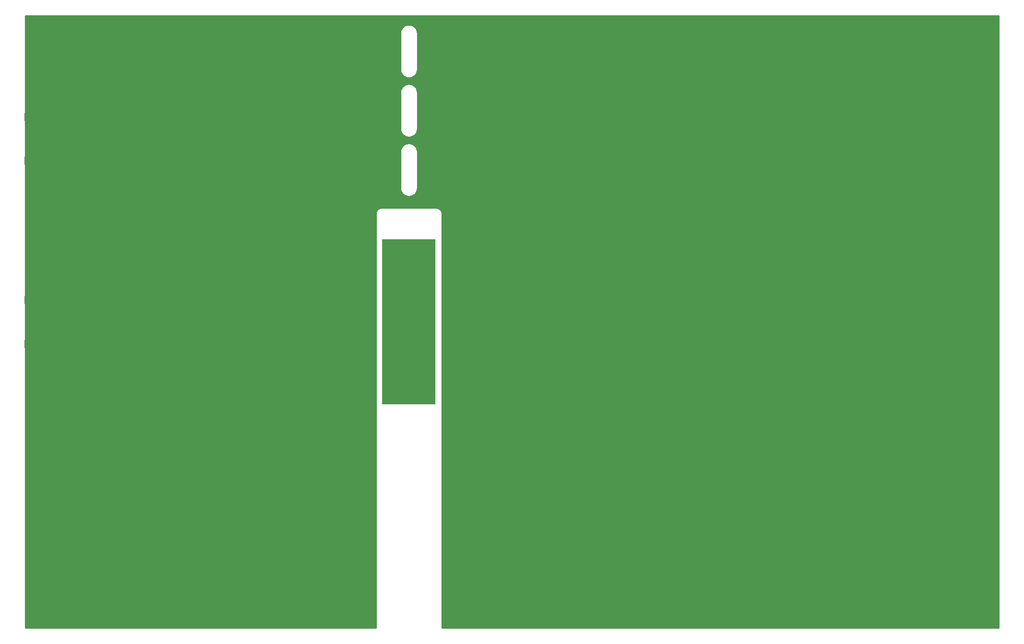
<source format=gbr>
%TF.GenerationSoftware,KiCad,Pcbnew,5.1.5+dfsg1-2~bpo10+1*%
%TF.CreationDate,2020-01-11T17:37:17+01:00*%
%TF.ProjectId,RF-AMP-VHF_V1,52462d41-4d50-42d5-9648-465f56312e6b,A*%
%TF.SameCoordinates,Original*%
%TF.FileFunction,Copper,L2,Bot*%
%TF.FilePolarity,Positive*%
%FSLAX46Y46*%
G04 Gerber Fmt 4.6, Leading zero omitted, Abs format (unit mm)*
G04 Created by KiCad (PCBNEW 5.1.5+dfsg1-2~bpo10+1) date 2020-01-11 17:37:17*
%MOMM*%
%LPD*%
G04 APERTURE LIST*
%ADD10C,6.400000*%
%ADD11C,8.600000*%
%ADD12R,5.080000X1.500000*%
%ADD13R,10.300000X32.000000*%
%ADD14C,0.800000*%
%ADD15C,0.254000*%
G04 APERTURE END LIST*
D10*
X76000000Y-67000000D03*
X76000000Y-53000000D03*
X183000000Y-85000000D03*
X183000000Y-115000000D03*
X40000000Y-85000000D03*
X40000000Y-115000000D03*
X219500000Y-115000000D03*
X219500000Y-85000000D03*
D11*
X218000000Y-153000000D03*
X218000000Y-47000000D03*
X42000000Y-47000000D03*
X42000000Y-153000000D03*
X97250000Y-153000000D03*
X122750000Y-153000000D03*
X122750000Y-125000000D03*
X122750000Y-75000000D03*
X122750000Y-47000000D03*
X97250000Y-47000000D03*
D12*
X38000000Y-95750000D03*
X38000000Y-104250000D03*
X222000000Y-95750000D03*
X222000000Y-104250000D03*
D13*
X110000000Y-100000000D03*
D12*
X38000000Y-60250000D03*
X38000000Y-68750000D03*
D14*
X73750000Y-118750000D03*
X154500000Y-115750000D03*
X152750000Y-70250000D03*
X73750000Y-116500000D03*
X73750000Y-114250000D03*
X76000000Y-113250000D03*
X209500000Y-115100000D03*
X203500022Y-84900000D03*
X119750000Y-115750000D03*
X122750000Y-115750000D03*
X125750000Y-115750000D03*
X128750000Y-115750000D03*
X131750000Y-115750000D03*
X118250000Y-118750000D03*
X121250000Y-118750000D03*
X124250000Y-118750000D03*
X127250000Y-118750000D03*
X130250000Y-118750000D03*
X133250000Y-118750000D03*
X98750000Y-115750000D03*
X128750000Y-121750000D03*
X131750000Y-121750000D03*
X130250000Y-124750000D03*
X133250000Y-124750000D03*
X128750000Y-127750000D03*
X131750000Y-127750000D03*
X130250000Y-130750000D03*
X133250000Y-130750000D03*
X131750000Y-133750000D03*
X130250000Y-136750000D03*
X133250000Y-136750000D03*
X131750000Y-139750000D03*
X130250000Y-142750000D03*
X133250000Y-142750000D03*
X131750000Y-145750000D03*
X130250000Y-148750000D03*
X133250000Y-148750000D03*
X128750000Y-151750000D03*
X131750000Y-151750000D03*
X130250000Y-154750000D03*
X133250000Y-154750000D03*
X128750000Y-157750000D03*
X131750000Y-157750000D03*
X119750000Y-84250000D03*
X122750000Y-84250000D03*
X125750000Y-84250000D03*
X128750000Y-84250000D03*
X131750000Y-84250000D03*
X118250000Y-81250000D03*
X121250000Y-81250000D03*
X124250000Y-81250000D03*
X127250000Y-81250000D03*
X130250000Y-81250000D03*
X133250000Y-81250000D03*
X128750000Y-78250000D03*
X131750000Y-78250000D03*
X130250000Y-75250000D03*
X133250000Y-75250000D03*
X128750000Y-72250000D03*
X131750000Y-72250000D03*
X130250000Y-69250000D03*
X133250000Y-69250000D03*
X128750000Y-66250000D03*
X131750000Y-66250000D03*
X130250000Y-63250000D03*
X133250000Y-63250000D03*
X128750000Y-60250000D03*
X131750000Y-60250000D03*
X130250000Y-57250000D03*
X133250000Y-57250000D03*
X128750000Y-54250000D03*
X131750000Y-54250000D03*
X130250000Y-51250000D03*
X133250000Y-51250000D03*
X128750000Y-48250000D03*
X131750000Y-48250000D03*
X130250000Y-45250000D03*
X133250000Y-45250000D03*
X128750000Y-42250000D03*
X131750000Y-42250000D03*
X134750000Y-151750000D03*
X137750000Y-151750000D03*
X140750000Y-151750000D03*
X143750000Y-151750000D03*
X146750000Y-151750000D03*
X149750000Y-151750000D03*
X152750000Y-151750000D03*
X155750000Y-151750000D03*
X158750000Y-151750000D03*
X173750000Y-151750000D03*
X176750000Y-151750000D03*
X179750000Y-151750000D03*
X182750000Y-151750000D03*
X185750000Y-151750000D03*
X188750000Y-151750000D03*
X191750000Y-151750000D03*
X194750000Y-151750000D03*
X197750000Y-151750000D03*
X200750000Y-151750000D03*
X203750000Y-151750000D03*
X206750000Y-151750000D03*
X136250000Y-154750000D03*
X139250000Y-154750000D03*
X142250000Y-154750000D03*
X145250000Y-154750000D03*
X148250000Y-154750000D03*
X151250000Y-154750000D03*
X154250000Y-154750000D03*
X157250000Y-154750000D03*
X160250000Y-154750000D03*
X172250000Y-154750000D03*
X175250000Y-154750000D03*
X178250000Y-154750000D03*
X181250000Y-154750000D03*
X184250000Y-154750000D03*
X187250000Y-154750000D03*
X190250000Y-154750000D03*
X193250000Y-154750000D03*
X196250000Y-154750000D03*
X199250000Y-154750000D03*
X202250000Y-154750000D03*
X205250000Y-154750000D03*
X208250000Y-154750000D03*
X134750000Y-157750000D03*
X137750000Y-157750000D03*
X140750000Y-157750000D03*
X143750000Y-157750000D03*
X146750000Y-157750000D03*
X149750000Y-157750000D03*
X152750000Y-157750000D03*
X155750000Y-157750000D03*
X158750000Y-157750000D03*
X173750000Y-157750000D03*
X176750000Y-157750000D03*
X179750000Y-157750000D03*
X182750000Y-157750000D03*
X185750000Y-157750000D03*
X188750000Y-157750000D03*
X191750000Y-157750000D03*
X194750000Y-157750000D03*
X197750000Y-157750000D03*
X200750000Y-157750000D03*
X203750000Y-157750000D03*
X206750000Y-157750000D03*
X134750000Y-42250000D03*
X137750000Y-42250000D03*
X140750000Y-42250000D03*
X143750000Y-42250000D03*
X146750000Y-42250000D03*
X149750000Y-42250000D03*
X152750000Y-42250000D03*
X155750000Y-42250000D03*
X158750000Y-42250000D03*
X173750000Y-42250000D03*
X176750000Y-42250000D03*
X179750000Y-42250000D03*
X182750000Y-42250000D03*
X185750000Y-42250000D03*
X188750000Y-42250000D03*
X191750000Y-42250000D03*
X194750000Y-42250000D03*
X197750000Y-42250000D03*
X200750000Y-42250000D03*
X203750000Y-42250000D03*
X206750000Y-42250000D03*
X136250000Y-45250000D03*
X139250000Y-45250000D03*
X142250000Y-45250000D03*
X145250000Y-45250000D03*
X148250000Y-45250000D03*
X151250000Y-45250000D03*
X154250000Y-45250000D03*
X157250000Y-45250000D03*
X160250000Y-45250000D03*
X172250000Y-45250000D03*
X175250000Y-45250000D03*
X178250000Y-45250000D03*
X181250000Y-45250000D03*
X184250000Y-45250000D03*
X187250000Y-45250000D03*
X190250000Y-45250000D03*
X193250000Y-45250000D03*
X196250000Y-45250000D03*
X199250000Y-45250000D03*
X202250000Y-45250000D03*
X205250000Y-45250000D03*
X208250000Y-45250000D03*
X134750000Y-48250000D03*
X137750000Y-48250000D03*
X140750000Y-48250000D03*
X143750000Y-48250000D03*
X146750000Y-48250000D03*
X149750000Y-48250000D03*
X152750000Y-48250000D03*
X155750000Y-48250000D03*
X158750000Y-48250000D03*
X173750000Y-48250000D03*
X176750000Y-48250000D03*
X179750000Y-48250000D03*
X182750000Y-48250000D03*
X185750000Y-48250000D03*
X188750000Y-48250000D03*
X191750000Y-48250000D03*
X194750000Y-48250000D03*
X197750000Y-48250000D03*
X200750000Y-48250000D03*
X203750000Y-48250000D03*
X206750000Y-48250000D03*
X202250000Y-148750000D03*
X128750000Y-133750000D03*
X128750000Y-139750000D03*
X128750000Y-145750000D03*
X205250000Y-148750000D03*
X203750000Y-145750000D03*
X206750000Y-145750000D03*
X202250000Y-142750000D03*
X205250000Y-142750000D03*
X203750000Y-139750000D03*
X206750000Y-139750000D03*
X202250000Y-136750000D03*
X205250000Y-136750000D03*
X203750000Y-133750000D03*
X206750000Y-133750000D03*
X202250000Y-130750000D03*
X205250000Y-130750000D03*
X206750000Y-127750000D03*
X202250000Y-124750000D03*
X205250000Y-124750000D03*
X127250000Y-69250000D03*
X127250000Y-63250000D03*
X127250000Y-57250000D03*
X127250000Y-51250000D03*
X127250000Y-130750000D03*
X127250000Y-136750000D03*
X127250000Y-142750000D03*
X127250000Y-148750000D03*
X208250000Y-148750000D03*
X208250000Y-142750000D03*
X208250000Y-136750000D03*
X208250000Y-130750000D03*
X208250000Y-124750000D03*
X202250000Y-51250000D03*
X205250000Y-51250000D03*
X208250000Y-51250000D03*
X203750000Y-54250000D03*
X206750000Y-54250000D03*
X202250000Y-57250000D03*
X205250000Y-57250000D03*
X208250000Y-57250000D03*
X203750000Y-60250000D03*
X206750000Y-60250000D03*
X202250000Y-63250000D03*
X205250000Y-63250000D03*
X208250000Y-63250000D03*
X203750000Y-66250000D03*
X206750000Y-66250000D03*
X202250000Y-69250000D03*
X205250000Y-69250000D03*
X208250000Y-69250000D03*
X203750000Y-72250000D03*
X206750000Y-72250000D03*
X202250000Y-75250000D03*
X205250000Y-75250000D03*
X208250000Y-75250000D03*
X211250000Y-69250000D03*
X214250000Y-69250000D03*
X217250000Y-69250000D03*
X220250000Y-69250000D03*
X212750000Y-72250000D03*
X215750000Y-72250000D03*
X218750000Y-72250000D03*
X221750000Y-72250000D03*
X211250000Y-75250000D03*
X214250000Y-75250000D03*
X217250000Y-75250000D03*
X220250000Y-75250000D03*
X223250000Y-75250000D03*
X215750000Y-78250000D03*
X218750000Y-78250000D03*
X221750000Y-78250000D03*
X217250000Y-81250000D03*
X220250000Y-81250000D03*
X223250000Y-81250000D03*
X209750000Y-72250000D03*
X215750000Y-84250000D03*
X223250000Y-87250000D03*
X215750000Y-90250000D03*
X218750000Y-90250000D03*
X221750000Y-90250000D03*
X217250000Y-93250000D03*
X220250000Y-93250000D03*
X223250000Y-93250000D03*
X215750000Y-96250000D03*
X218750000Y-96250000D03*
X221750000Y-96250000D03*
X211250000Y-124750000D03*
X214250000Y-124750000D03*
X217250000Y-124750000D03*
X220250000Y-124750000D03*
X223250000Y-124750000D03*
X212750000Y-127750000D03*
X215750000Y-127750000D03*
X218750000Y-127750000D03*
X221750000Y-127750000D03*
X211250000Y-130750000D03*
X214250000Y-130750000D03*
X217250000Y-130750000D03*
X220250000Y-130750000D03*
X209750000Y-127750000D03*
X215750000Y-121750000D03*
X218750000Y-121750000D03*
X221750000Y-121750000D03*
X217250000Y-118750000D03*
X220250000Y-118750000D03*
X223250000Y-118750000D03*
X215750000Y-115750000D03*
X223250000Y-112750000D03*
X215750000Y-109750000D03*
X218750000Y-109750000D03*
X221750000Y-109750000D03*
X217250000Y-106750000D03*
X220250000Y-106750000D03*
X223250000Y-106750000D03*
X215750000Y-103750000D03*
X218750000Y-103750000D03*
X221750000Y-103750000D03*
X157200000Y-115750000D03*
X159900000Y-115750000D03*
X162600000Y-115750000D03*
X155850000Y-118550000D03*
X158550000Y-118550000D03*
X161250000Y-118550000D03*
X163950000Y-118550000D03*
X154500000Y-121350000D03*
X157200000Y-121350000D03*
X159900000Y-121350000D03*
X162600000Y-121350000D03*
X155850000Y-124150000D03*
X158550000Y-124150000D03*
X161250000Y-124150000D03*
X163950000Y-124150000D03*
X154500000Y-126950000D03*
X157200000Y-126950000D03*
X159900000Y-126950000D03*
X155850000Y-129750000D03*
X158550000Y-129750000D03*
X161250000Y-129750000D03*
X153150000Y-129750000D03*
X155750000Y-70250000D03*
X158750000Y-70250000D03*
X161750000Y-70250000D03*
X164750000Y-70250000D03*
X167750000Y-70250000D03*
X170750000Y-70250000D03*
X173750000Y-70250000D03*
X176750000Y-70250000D03*
X179750000Y-70250000D03*
X182750000Y-70250000D03*
X185750000Y-70250000D03*
X188750000Y-70250000D03*
X191750000Y-70250000D03*
X194750000Y-70250000D03*
X197750000Y-70250000D03*
X154250000Y-73050000D03*
X157250000Y-73050000D03*
X160250000Y-73050000D03*
X163250000Y-73050000D03*
X166250000Y-73050000D03*
X169250000Y-73050000D03*
X172250000Y-73050000D03*
X175250000Y-73050000D03*
X178250000Y-73050000D03*
X181250000Y-73050000D03*
X184250000Y-73050000D03*
X187250000Y-73050000D03*
X190250000Y-73050000D03*
X193250000Y-73050000D03*
X196250000Y-73050000D03*
X152750000Y-75850000D03*
X155750000Y-75850000D03*
X158750000Y-75850000D03*
X161750000Y-75850000D03*
X164750000Y-75850000D03*
X194750000Y-75850000D03*
X197750000Y-75850000D03*
X154250000Y-78650000D03*
X157250000Y-78650000D03*
X160250000Y-78650000D03*
X163250000Y-78650000D03*
X166250000Y-78650000D03*
X193250000Y-78650000D03*
X196250000Y-78650000D03*
X152750000Y-81450000D03*
X155750000Y-81450000D03*
X158750000Y-81450000D03*
X161750000Y-81450000D03*
X164750000Y-81450000D03*
X167750000Y-81450000D03*
X170750000Y-81450000D03*
X173750000Y-81450000D03*
X191750000Y-81450000D03*
X194750000Y-81450000D03*
X197750000Y-81450000D03*
X154250000Y-84250000D03*
X157250000Y-84250000D03*
X160250000Y-84250000D03*
X163250000Y-84250000D03*
X166250000Y-84250000D03*
X169250000Y-84250000D03*
X172250000Y-84250000D03*
X175250000Y-84250000D03*
X190250000Y-84250000D03*
X193250000Y-84250000D03*
X196250000Y-84250000D03*
X170750000Y-87050000D03*
X173750000Y-87050000D03*
X176750000Y-87050000D03*
X188750000Y-87050000D03*
X191750000Y-87050000D03*
X194750000Y-87050000D03*
X169250000Y-89850000D03*
X172250000Y-89850000D03*
X175250000Y-89850000D03*
X178250000Y-89850000D03*
X181250000Y-89850000D03*
X184250000Y-89850000D03*
X187250000Y-89850000D03*
X190250000Y-89850000D03*
X193250000Y-89850000D03*
X196250000Y-89850000D03*
X170750000Y-92650000D03*
X173750000Y-92650000D03*
X176750000Y-92650000D03*
X179750000Y-92650000D03*
X182750000Y-92650000D03*
X185750000Y-92650000D03*
X188750000Y-92650000D03*
X191750000Y-92650000D03*
X194750000Y-92650000D03*
X175250000Y-95450000D03*
X178250000Y-95450000D03*
X181250000Y-95450000D03*
X184250000Y-95450000D03*
X193250000Y-95450000D03*
X196250000Y-95450000D03*
X88500000Y-126000000D03*
X91500000Y-126000000D03*
X94500000Y-126000000D03*
X90000000Y-128700000D03*
X93000000Y-128700000D03*
X38250000Y-103750000D03*
X41250000Y-103750000D03*
X44250000Y-103750000D03*
X36750000Y-106750000D03*
X39750000Y-106750000D03*
X42750000Y-106750000D03*
X38250000Y-109750000D03*
X41250000Y-109750000D03*
X44250000Y-109750000D03*
X38250000Y-96250000D03*
X41250000Y-96250000D03*
X36750000Y-93250000D03*
X39750000Y-93250000D03*
X42750000Y-93250000D03*
X38250000Y-90250000D03*
X41250000Y-90250000D03*
X36750000Y-87250000D03*
X42750000Y-87250000D03*
X36750000Y-81250000D03*
X39750000Y-81250000D03*
X42750000Y-81250000D03*
X38250000Y-78250000D03*
X41250000Y-78250000D03*
X36750000Y-75250000D03*
X39750000Y-75250000D03*
X42750000Y-75250000D03*
X38250000Y-72250000D03*
X41250000Y-72250000D03*
X36750000Y-69250000D03*
X39750000Y-69250000D03*
X42750000Y-69250000D03*
X38250000Y-60250000D03*
X41250000Y-60250000D03*
X44250000Y-60250000D03*
X47250000Y-60250000D03*
X36750000Y-57250000D03*
X39750000Y-57250000D03*
X42750000Y-57250000D03*
X45750000Y-57250000D03*
X48750000Y-57250000D03*
X50250000Y-90250000D03*
X53250000Y-90250000D03*
X56250000Y-90250000D03*
X51750000Y-87250000D03*
X54750000Y-87250000D03*
X57750000Y-87250000D03*
X50250000Y-84250000D03*
X53250000Y-84250000D03*
X54750000Y-93250000D03*
X51750000Y-93250000D03*
X60750000Y-81250000D03*
X60750000Y-87250000D03*
X63750000Y-87250000D03*
X66750000Y-87250000D03*
X69750000Y-87250000D03*
X72750000Y-87250000D03*
X75750000Y-87250000D03*
X62250000Y-84250000D03*
X65250000Y-84250000D03*
X68250000Y-84250000D03*
X71250000Y-84250000D03*
X74250000Y-84250000D03*
X63750000Y-81250000D03*
X66750000Y-81250000D03*
X69750000Y-81250000D03*
X72750000Y-81250000D03*
X75750000Y-81250000D03*
X62250000Y-78250000D03*
X65250000Y-78250000D03*
X68250000Y-78250000D03*
X71250000Y-78250000D03*
X74250000Y-78250000D03*
X63750000Y-75250000D03*
X66750000Y-75250000D03*
X69750000Y-75250000D03*
X72750000Y-75250000D03*
X75750000Y-75250000D03*
X62250000Y-72250000D03*
X65250000Y-72250000D03*
X68250000Y-72250000D03*
X71250000Y-72250000D03*
X74250000Y-72250000D03*
X63750000Y-69250000D03*
X66750000Y-69250000D03*
X69750000Y-69250000D03*
X72750000Y-69250000D03*
X62250000Y-66250000D03*
X65250000Y-66250000D03*
X68250000Y-66250000D03*
X71250000Y-66250000D03*
X63750000Y-63250000D03*
X66750000Y-63250000D03*
X69750000Y-63250000D03*
X72750000Y-63250000D03*
X75750000Y-63250000D03*
X62250000Y-60250000D03*
X65250000Y-60250000D03*
X68250000Y-60250000D03*
X71250000Y-60250000D03*
X74250000Y-60250000D03*
X63750000Y-57250000D03*
X66750000Y-57250000D03*
X69750000Y-57250000D03*
X72750000Y-57250000D03*
X75750000Y-57250000D03*
X62250000Y-54250000D03*
X65250000Y-54250000D03*
X68250000Y-54250000D03*
X71250000Y-54250000D03*
X63750000Y-51250000D03*
X66750000Y-51250000D03*
X69750000Y-51250000D03*
X72750000Y-51250000D03*
X62250000Y-48250000D03*
X65250000Y-48250000D03*
X68250000Y-48250000D03*
X71250000Y-48250000D03*
X74250000Y-48250000D03*
X77250000Y-48250000D03*
X63750000Y-45250000D03*
X66750000Y-45250000D03*
X69750000Y-45250000D03*
X72750000Y-45250000D03*
X75750000Y-45250000D03*
X42750000Y-57250000D03*
X45750000Y-57250000D03*
X48750000Y-57250000D03*
X38250000Y-54250000D03*
X41250000Y-54250000D03*
X44250000Y-54250000D03*
X47250000Y-54250000D03*
X60750000Y-51250000D03*
X51750000Y-51250000D03*
X48750000Y-51250000D03*
X62250000Y-48250000D03*
X59250000Y-48250000D03*
X56250000Y-48250000D03*
X53250000Y-48250000D03*
X50250000Y-48250000D03*
X60750000Y-45250000D03*
X57750000Y-45250000D03*
X54750000Y-45250000D03*
X51750000Y-45250000D03*
X48750000Y-45250000D03*
X77250000Y-78250000D03*
X80250000Y-78250000D03*
X83250000Y-78250000D03*
X78750000Y-75250000D03*
X81750000Y-75250000D03*
X84750000Y-75250000D03*
X77250000Y-72250000D03*
X80250000Y-72250000D03*
X83250000Y-72250000D03*
X86250000Y-72250000D03*
X78750000Y-69250000D03*
X81750000Y-69250000D03*
X84750000Y-69250000D03*
X87750000Y-69250000D03*
X89250000Y-72250000D03*
X92250000Y-72250000D03*
X95250000Y-72250000D03*
X98250000Y-72250000D03*
X90750000Y-69250000D03*
X93750000Y-69250000D03*
X96750000Y-69250000D03*
X99750000Y-69250000D03*
X101250000Y-72250000D03*
X99750000Y-75250000D03*
X102750000Y-75250000D03*
X98500000Y-78250000D03*
X101500000Y-78250000D03*
X100000000Y-81250000D03*
X103000000Y-81250000D03*
X98500000Y-84250000D03*
X101500000Y-84250000D03*
X76000000Y-115500000D03*
X76000000Y-117750000D03*
X51750000Y-106750000D03*
X54750000Y-106750000D03*
X53250000Y-109750000D03*
X56250000Y-109750000D03*
X51750000Y-112750000D03*
X54750000Y-112750000D03*
X57750000Y-112750000D03*
X60750000Y-112750000D03*
X63750000Y-112750000D03*
X66750000Y-112750000D03*
X59250000Y-115750000D03*
X62250000Y-115750000D03*
X65250000Y-115750000D03*
X68250000Y-115750000D03*
X63750000Y-118750000D03*
X66750000Y-118750000D03*
X65250000Y-121750000D03*
X68250000Y-121750000D03*
X66750000Y-124750000D03*
X68250000Y-127750000D03*
X69750000Y-124750000D03*
X72750000Y-124750000D03*
X75750000Y-124750000D03*
X78750000Y-124750000D03*
X81750000Y-124750000D03*
X68250000Y-127750000D03*
X71250000Y-127750000D03*
X74250000Y-127750000D03*
X77250000Y-127750000D03*
X80250000Y-127750000D03*
X80250000Y-127750000D03*
X83250000Y-127750000D03*
X197750000Y-110000000D03*
X202250000Y-110000000D03*
X202250000Y-113250000D03*
X197750000Y-113250000D03*
X198750000Y-111500000D03*
X201250000Y-111500000D03*
X200000000Y-113250000D03*
X84750000Y-143500000D03*
X96000000Y-146000000D03*
X94500000Y-148000000D03*
X90000000Y-146500000D03*
X100750000Y-139500000D03*
X100750000Y-137500000D03*
X100000000Y-129750000D03*
X101750000Y-128250000D03*
X89750000Y-131500000D03*
X92000000Y-131500000D03*
X75000000Y-140000000D03*
X53500000Y-136500000D03*
X56500000Y-136500000D03*
X56500000Y-147000000D03*
X53500000Y-147000000D03*
X63000000Y-145500000D03*
X58500000Y-145750000D03*
X65000000Y-147250000D03*
X70250000Y-142250000D03*
X70250000Y-136750000D03*
X58500000Y-135250000D03*
X63000000Y-135250000D03*
X66500000Y-131750000D03*
X204750000Y-79000000D03*
X208000000Y-121000000D03*
X100950000Y-115750000D03*
X103150000Y-115750000D03*
X98750000Y-118250000D03*
X100950000Y-118250000D03*
X103150000Y-118250000D03*
X100950000Y-120750000D03*
X103150000Y-120750000D03*
X98750000Y-123250000D03*
X101400000Y-123250000D03*
X96000000Y-131500000D03*
D15*
G36*
X224348000Y-159348000D02*
G01*
X116402000Y-159348000D01*
X116402000Y-78967978D01*
X116399283Y-78940395D01*
X116399304Y-78937418D01*
X116398416Y-78928358D01*
X116393352Y-78880172D01*
X116392565Y-78872186D01*
X116392484Y-78871920D01*
X116388216Y-78831309D01*
X116376323Y-78773370D01*
X116365260Y-78715375D01*
X116362630Y-78706660D01*
X116333774Y-78613441D01*
X116310844Y-78558892D01*
X116288734Y-78504170D01*
X116284461Y-78496132D01*
X116238048Y-78410294D01*
X116204991Y-78361284D01*
X116172646Y-78311857D01*
X116166893Y-78304802D01*
X116104691Y-78229614D01*
X116062755Y-78187970D01*
X116021418Y-78145757D01*
X116014404Y-78139954D01*
X115938783Y-78078279D01*
X115889547Y-78045566D01*
X115840796Y-78012185D01*
X115832799Y-78007861D01*
X115832796Y-78007859D01*
X115832793Y-78007858D01*
X115832788Y-78007855D01*
X115746627Y-77962043D01*
X115691914Y-77939492D01*
X115637682Y-77916248D01*
X115628991Y-77913558D01*
X115628980Y-77913553D01*
X115628969Y-77913551D01*
X115535568Y-77885351D01*
X115477609Y-77873874D01*
X115419792Y-77861585D01*
X115410750Y-77860635D01*
X115410744Y-77860634D01*
X115410739Y-77860634D01*
X115313621Y-77851111D01*
X115313607Y-77851111D01*
X115282022Y-77848000D01*
X104717978Y-77848000D01*
X104690395Y-77850717D01*
X104687418Y-77850696D01*
X104678358Y-77851584D01*
X104630172Y-77856648D01*
X104622186Y-77857435D01*
X104621920Y-77857516D01*
X104581309Y-77861784D01*
X104523370Y-77873677D01*
X104465375Y-77884740D01*
X104456660Y-77887370D01*
X104363441Y-77916226D01*
X104308892Y-77939156D01*
X104254170Y-77961266D01*
X104246139Y-77965535D01*
X104246135Y-77965537D01*
X104246132Y-77965539D01*
X104160294Y-78011952D01*
X104111284Y-78045009D01*
X104061857Y-78077354D01*
X104054802Y-78083107D01*
X103979614Y-78145309D01*
X103937970Y-78187245D01*
X103895757Y-78228582D01*
X103889954Y-78235596D01*
X103828279Y-78311217D01*
X103795566Y-78360453D01*
X103762185Y-78409204D01*
X103757855Y-78417212D01*
X103712043Y-78503373D01*
X103689492Y-78558086D01*
X103666248Y-78612318D01*
X103663558Y-78621009D01*
X103663553Y-78621020D01*
X103663551Y-78621031D01*
X103635351Y-78714432D01*
X103623874Y-78772391D01*
X103611585Y-78830208D01*
X103610635Y-78839250D01*
X103610634Y-78839256D01*
X103610634Y-78839261D01*
X103601111Y-78936379D01*
X103601111Y-78936403D01*
X103598001Y-78967978D01*
X103598000Y-159348000D01*
X35652000Y-159348000D01*
X35652000Y-66967979D01*
X108348000Y-66967979D01*
X108348001Y-74032022D01*
X108351209Y-74064592D01*
X108351209Y-74077586D01*
X108352160Y-74086640D01*
X108373915Y-74280590D01*
X108386213Y-74338448D01*
X108397681Y-74396363D01*
X108400372Y-74405060D01*
X108459386Y-74591090D01*
X108482671Y-74645418D01*
X108505184Y-74700038D01*
X108509513Y-74708046D01*
X108603535Y-74879071D01*
X108636946Y-74927867D01*
X108669623Y-74977049D01*
X108675425Y-74984064D01*
X108800875Y-75133570D01*
X108843158Y-75174977D01*
X108884738Y-75216848D01*
X108891786Y-75222597D01*
X108891790Y-75222601D01*
X108891792Y-75222602D01*
X109043892Y-75344893D01*
X109093359Y-75377263D01*
X109142328Y-75410294D01*
X109150366Y-75414568D01*
X109150369Y-75414570D01*
X109150373Y-75414571D01*
X109323322Y-75504987D01*
X109378103Y-75527120D01*
X109432594Y-75550026D01*
X109441302Y-75552655D01*
X109441304Y-75552656D01*
X109441306Y-75552656D01*
X109441308Y-75552657D01*
X109628534Y-75607760D01*
X109686588Y-75618834D01*
X109744465Y-75630715D01*
X109753521Y-75631603D01*
X109753528Y-75631604D01*
X109753534Y-75631604D01*
X109947886Y-75649292D01*
X110007014Y-75648880D01*
X110066076Y-75649292D01*
X110075124Y-75648405D01*
X110075131Y-75648405D01*
X110075137Y-75648404D01*
X110269232Y-75628003D01*
X110327171Y-75616110D01*
X110385164Y-75605047D01*
X110393879Y-75602417D01*
X110580317Y-75544705D01*
X110634809Y-75521798D01*
X110689584Y-75499668D01*
X110697618Y-75495396D01*
X110697623Y-75495394D01*
X110697627Y-75495391D01*
X110869299Y-75402570D01*
X110918343Y-75369489D01*
X110967740Y-75337165D01*
X110974785Y-75331420D01*
X110974793Y-75331414D01*
X110974800Y-75331407D01*
X111125172Y-75207008D01*
X111166822Y-75165067D01*
X111209032Y-75123731D01*
X111214835Y-75116717D01*
X111338185Y-74965475D01*
X111370918Y-74916208D01*
X111404273Y-74867494D01*
X111408600Y-74859492D01*
X111408603Y-74859488D01*
X111408605Y-74859484D01*
X111500228Y-74687165D01*
X111522764Y-74632490D01*
X111546026Y-74578214D01*
X111548715Y-74569528D01*
X111548719Y-74569518D01*
X111548721Y-74569508D01*
X111605127Y-74382682D01*
X111616612Y-74324680D01*
X111628891Y-74266912D01*
X111629842Y-74257866D01*
X111629844Y-74257857D01*
X111629844Y-74257849D01*
X111648888Y-74063625D01*
X111648888Y-74063618D01*
X111652000Y-74032022D01*
X111652000Y-66967978D01*
X111648791Y-66935398D01*
X111648791Y-66922413D01*
X111647840Y-66913360D01*
X111626085Y-66719410D01*
X111613787Y-66661552D01*
X111602319Y-66603637D01*
X111599628Y-66594941D01*
X111540615Y-66408910D01*
X111517311Y-66354538D01*
X111494816Y-66299962D01*
X111490487Y-66291954D01*
X111396465Y-66120929D01*
X111363054Y-66072133D01*
X111330377Y-66022951D01*
X111324575Y-66015936D01*
X111199125Y-65866430D01*
X111156861Y-65825042D01*
X111115262Y-65783151D01*
X111108219Y-65777408D01*
X111108210Y-65777399D01*
X111108201Y-65777393D01*
X110956108Y-65655107D01*
X110906608Y-65622715D01*
X110857671Y-65589706D01*
X110849634Y-65585432D01*
X110849631Y-65585430D01*
X110849627Y-65585429D01*
X110676678Y-65495012D01*
X110621852Y-65472861D01*
X110567406Y-65449974D01*
X110558701Y-65447346D01*
X110558696Y-65447344D01*
X110558691Y-65447343D01*
X110371466Y-65392240D01*
X110313418Y-65381167D01*
X110255535Y-65369285D01*
X110246478Y-65368397D01*
X110246471Y-65368396D01*
X110246465Y-65368396D01*
X110052114Y-65350708D01*
X109992985Y-65351120D01*
X109933924Y-65350708D01*
X109924875Y-65351595D01*
X109924868Y-65351595D01*
X109924862Y-65351596D01*
X109730768Y-65371997D01*
X109672829Y-65383890D01*
X109614836Y-65394953D01*
X109606121Y-65397583D01*
X109419683Y-65455295D01*
X109365191Y-65478202D01*
X109310416Y-65500332D01*
X109302382Y-65504604D01*
X109302377Y-65504606D01*
X109302376Y-65504607D01*
X109130701Y-65597431D01*
X109081675Y-65630498D01*
X109032260Y-65662835D01*
X109025205Y-65668588D01*
X108874828Y-65792992D01*
X108833178Y-65834933D01*
X108790968Y-65876269D01*
X108785165Y-65883283D01*
X108661815Y-66034525D01*
X108629094Y-66083774D01*
X108595727Y-66132505D01*
X108591400Y-66140508D01*
X108591397Y-66140512D01*
X108591397Y-66140513D01*
X108499772Y-66312835D01*
X108477242Y-66367496D01*
X108453974Y-66421785D01*
X108451284Y-66430475D01*
X108451281Y-66430482D01*
X108451280Y-66430489D01*
X108394873Y-66617318D01*
X108383386Y-66675326D01*
X108371109Y-66733088D01*
X108370158Y-66742131D01*
X108370156Y-66742142D01*
X108370156Y-66742152D01*
X108351112Y-66936375D01*
X108351112Y-66936383D01*
X108348000Y-66967979D01*
X35652000Y-66967979D01*
X35652000Y-55467979D01*
X108348000Y-55467979D01*
X108348001Y-62532022D01*
X108351209Y-62564592D01*
X108351209Y-62577586D01*
X108352160Y-62586640D01*
X108373915Y-62780590D01*
X108386213Y-62838448D01*
X108397681Y-62896363D01*
X108400372Y-62905060D01*
X108459386Y-63091090D01*
X108482671Y-63145418D01*
X108505184Y-63200038D01*
X108509513Y-63208046D01*
X108603535Y-63379071D01*
X108636946Y-63427867D01*
X108669623Y-63477049D01*
X108675425Y-63484064D01*
X108800875Y-63633570D01*
X108843158Y-63674977D01*
X108884738Y-63716848D01*
X108891786Y-63722597D01*
X108891790Y-63722601D01*
X108891792Y-63722602D01*
X109043892Y-63844893D01*
X109093359Y-63877263D01*
X109142328Y-63910294D01*
X109150366Y-63914568D01*
X109150369Y-63914570D01*
X109150373Y-63914571D01*
X109323322Y-64004987D01*
X109378103Y-64027120D01*
X109432594Y-64050026D01*
X109441302Y-64052655D01*
X109441304Y-64052656D01*
X109441306Y-64052656D01*
X109441308Y-64052657D01*
X109628534Y-64107760D01*
X109686588Y-64118834D01*
X109744465Y-64130715D01*
X109753521Y-64131603D01*
X109753528Y-64131604D01*
X109753534Y-64131604D01*
X109947886Y-64149292D01*
X110007014Y-64148880D01*
X110066076Y-64149292D01*
X110075124Y-64148405D01*
X110075131Y-64148405D01*
X110075137Y-64148404D01*
X110269232Y-64128003D01*
X110327171Y-64116110D01*
X110385164Y-64105047D01*
X110393879Y-64102417D01*
X110580317Y-64044705D01*
X110634809Y-64021798D01*
X110689584Y-63999668D01*
X110697618Y-63995396D01*
X110697623Y-63995394D01*
X110697627Y-63995391D01*
X110869299Y-63902570D01*
X110918343Y-63869489D01*
X110967740Y-63837165D01*
X110974785Y-63831420D01*
X110974793Y-63831414D01*
X110974800Y-63831407D01*
X111125172Y-63707008D01*
X111166822Y-63665067D01*
X111209032Y-63623731D01*
X111214835Y-63616717D01*
X111338185Y-63465475D01*
X111370918Y-63416208D01*
X111404273Y-63367494D01*
X111408600Y-63359492D01*
X111408603Y-63359488D01*
X111408605Y-63359484D01*
X111500228Y-63187165D01*
X111522764Y-63132490D01*
X111546026Y-63078214D01*
X111548715Y-63069528D01*
X111548719Y-63069518D01*
X111548721Y-63069508D01*
X111605127Y-62882682D01*
X111616612Y-62824680D01*
X111628891Y-62766912D01*
X111629842Y-62757866D01*
X111629844Y-62757857D01*
X111629844Y-62757849D01*
X111648888Y-62563625D01*
X111648888Y-62563618D01*
X111652000Y-62532022D01*
X111652000Y-55467978D01*
X111648791Y-55435398D01*
X111648791Y-55422413D01*
X111647840Y-55413360D01*
X111626085Y-55219410D01*
X111613787Y-55161552D01*
X111602319Y-55103637D01*
X111599628Y-55094941D01*
X111540615Y-54908910D01*
X111517311Y-54854538D01*
X111494816Y-54799962D01*
X111490487Y-54791954D01*
X111396465Y-54620929D01*
X111363054Y-54572133D01*
X111330377Y-54522951D01*
X111324575Y-54515936D01*
X111199125Y-54366430D01*
X111156861Y-54325042D01*
X111115262Y-54283151D01*
X111108219Y-54277408D01*
X111108210Y-54277399D01*
X111108201Y-54277393D01*
X110956108Y-54155107D01*
X110906608Y-54122715D01*
X110857671Y-54089706D01*
X110849634Y-54085432D01*
X110849631Y-54085430D01*
X110849627Y-54085429D01*
X110676678Y-53995012D01*
X110621852Y-53972861D01*
X110567406Y-53949974D01*
X110558701Y-53947346D01*
X110558696Y-53947344D01*
X110558691Y-53947343D01*
X110371466Y-53892240D01*
X110313418Y-53881167D01*
X110255535Y-53869285D01*
X110246478Y-53868397D01*
X110246471Y-53868396D01*
X110246465Y-53868396D01*
X110052114Y-53850708D01*
X109992985Y-53851120D01*
X109933924Y-53850708D01*
X109924875Y-53851595D01*
X109924868Y-53851595D01*
X109924862Y-53851596D01*
X109730768Y-53871997D01*
X109672829Y-53883890D01*
X109614836Y-53894953D01*
X109606121Y-53897583D01*
X109419683Y-53955295D01*
X109365191Y-53978202D01*
X109310416Y-54000332D01*
X109302382Y-54004604D01*
X109302377Y-54004606D01*
X109302376Y-54004607D01*
X109130701Y-54097431D01*
X109081675Y-54130498D01*
X109032260Y-54162835D01*
X109025205Y-54168588D01*
X108874828Y-54292992D01*
X108833178Y-54334933D01*
X108790968Y-54376269D01*
X108785165Y-54383283D01*
X108661815Y-54534525D01*
X108629094Y-54583774D01*
X108595727Y-54632505D01*
X108591400Y-54640508D01*
X108591397Y-54640512D01*
X108591397Y-54640513D01*
X108499772Y-54812835D01*
X108477242Y-54867496D01*
X108453974Y-54921785D01*
X108451284Y-54930475D01*
X108451281Y-54930482D01*
X108451280Y-54930489D01*
X108394873Y-55117318D01*
X108383386Y-55175326D01*
X108371109Y-55233088D01*
X108370158Y-55242131D01*
X108370156Y-55242142D01*
X108370156Y-55242152D01*
X108351112Y-55436375D01*
X108351112Y-55436383D01*
X108348000Y-55467979D01*
X35652000Y-55467979D01*
X35652000Y-43967979D01*
X108348000Y-43967979D01*
X108348001Y-51032022D01*
X108351209Y-51064592D01*
X108351209Y-51077586D01*
X108352160Y-51086640D01*
X108373915Y-51280590D01*
X108386213Y-51338448D01*
X108397681Y-51396363D01*
X108400372Y-51405060D01*
X108459386Y-51591090D01*
X108482671Y-51645418D01*
X108505184Y-51700038D01*
X108509513Y-51708046D01*
X108603535Y-51879071D01*
X108636946Y-51927867D01*
X108669623Y-51977049D01*
X108675425Y-51984064D01*
X108800875Y-52133570D01*
X108843158Y-52174977D01*
X108884738Y-52216848D01*
X108891786Y-52222597D01*
X108891790Y-52222601D01*
X108891792Y-52222602D01*
X109043892Y-52344893D01*
X109093359Y-52377263D01*
X109142328Y-52410294D01*
X109150366Y-52414568D01*
X109150369Y-52414570D01*
X109150373Y-52414571D01*
X109323322Y-52504987D01*
X109378103Y-52527120D01*
X109432594Y-52550026D01*
X109441302Y-52552655D01*
X109441304Y-52552656D01*
X109441306Y-52552656D01*
X109441308Y-52552657D01*
X109628534Y-52607760D01*
X109686588Y-52618834D01*
X109744465Y-52630715D01*
X109753521Y-52631603D01*
X109753528Y-52631604D01*
X109753534Y-52631604D01*
X109947886Y-52649292D01*
X110007014Y-52648880D01*
X110066076Y-52649292D01*
X110075124Y-52648405D01*
X110075131Y-52648405D01*
X110075137Y-52648404D01*
X110269232Y-52628003D01*
X110327171Y-52616110D01*
X110385164Y-52605047D01*
X110393879Y-52602417D01*
X110580317Y-52544705D01*
X110634809Y-52521798D01*
X110689584Y-52499668D01*
X110697618Y-52495396D01*
X110697623Y-52495394D01*
X110697627Y-52495391D01*
X110869299Y-52402570D01*
X110918343Y-52369489D01*
X110967740Y-52337165D01*
X110974785Y-52331420D01*
X110974793Y-52331414D01*
X110974800Y-52331407D01*
X111125172Y-52207008D01*
X111166822Y-52165067D01*
X111209032Y-52123731D01*
X111214835Y-52116717D01*
X111338185Y-51965475D01*
X111370918Y-51916208D01*
X111404273Y-51867494D01*
X111408600Y-51859492D01*
X111408603Y-51859488D01*
X111408605Y-51859484D01*
X111500228Y-51687165D01*
X111522764Y-51632490D01*
X111546026Y-51578214D01*
X111548715Y-51569528D01*
X111548719Y-51569518D01*
X111548721Y-51569508D01*
X111605127Y-51382682D01*
X111616612Y-51324680D01*
X111628891Y-51266912D01*
X111629842Y-51257866D01*
X111629844Y-51257857D01*
X111629844Y-51257849D01*
X111648888Y-51063625D01*
X111648888Y-51063618D01*
X111652000Y-51032022D01*
X111652000Y-43967978D01*
X111648791Y-43935398D01*
X111648791Y-43922413D01*
X111647840Y-43913360D01*
X111626085Y-43719410D01*
X111613787Y-43661552D01*
X111602319Y-43603637D01*
X111599628Y-43594941D01*
X111540615Y-43408910D01*
X111517311Y-43354538D01*
X111494816Y-43299962D01*
X111490487Y-43291954D01*
X111396465Y-43120929D01*
X111363054Y-43072133D01*
X111330377Y-43022951D01*
X111324575Y-43015936D01*
X111199125Y-42866430D01*
X111156861Y-42825042D01*
X111115262Y-42783151D01*
X111108219Y-42777408D01*
X111108210Y-42777399D01*
X111108201Y-42777393D01*
X110956108Y-42655107D01*
X110906608Y-42622715D01*
X110857671Y-42589706D01*
X110849634Y-42585432D01*
X110849631Y-42585430D01*
X110849627Y-42585429D01*
X110676678Y-42495012D01*
X110621852Y-42472861D01*
X110567406Y-42449974D01*
X110558701Y-42447346D01*
X110558696Y-42447344D01*
X110558691Y-42447343D01*
X110371466Y-42392240D01*
X110313418Y-42381167D01*
X110255535Y-42369285D01*
X110246478Y-42368397D01*
X110246471Y-42368396D01*
X110246465Y-42368396D01*
X110052114Y-42350708D01*
X109992985Y-42351120D01*
X109933924Y-42350708D01*
X109924875Y-42351595D01*
X109924868Y-42351595D01*
X109924862Y-42351596D01*
X109730768Y-42371997D01*
X109672829Y-42383890D01*
X109614836Y-42394953D01*
X109606121Y-42397583D01*
X109419683Y-42455295D01*
X109365191Y-42478202D01*
X109310416Y-42500332D01*
X109302382Y-42504604D01*
X109302377Y-42504606D01*
X109302376Y-42504607D01*
X109130701Y-42597431D01*
X109081675Y-42630498D01*
X109032260Y-42662835D01*
X109025205Y-42668588D01*
X108874828Y-42792992D01*
X108833178Y-42834933D01*
X108790968Y-42876269D01*
X108785165Y-42883283D01*
X108661815Y-43034525D01*
X108629094Y-43083774D01*
X108595727Y-43132505D01*
X108591400Y-43140508D01*
X108591397Y-43140512D01*
X108591397Y-43140513D01*
X108499772Y-43312835D01*
X108477242Y-43367496D01*
X108453974Y-43421785D01*
X108451284Y-43430475D01*
X108451281Y-43430482D01*
X108451280Y-43430489D01*
X108394873Y-43617318D01*
X108383386Y-43675326D01*
X108371109Y-43733088D01*
X108370158Y-43742131D01*
X108370156Y-43742142D01*
X108370156Y-43742152D01*
X108351112Y-43936375D01*
X108351112Y-43936383D01*
X108348000Y-43967979D01*
X35652000Y-43967979D01*
X35652000Y-40652000D01*
X224348001Y-40652000D01*
X224348000Y-159348000D01*
G37*
X224348000Y-159348000D02*
X116402000Y-159348000D01*
X116402000Y-78967978D01*
X116399283Y-78940395D01*
X116399304Y-78937418D01*
X116398416Y-78928358D01*
X116393352Y-78880172D01*
X116392565Y-78872186D01*
X116392484Y-78871920D01*
X116388216Y-78831309D01*
X116376323Y-78773370D01*
X116365260Y-78715375D01*
X116362630Y-78706660D01*
X116333774Y-78613441D01*
X116310844Y-78558892D01*
X116288734Y-78504170D01*
X116284461Y-78496132D01*
X116238048Y-78410294D01*
X116204991Y-78361284D01*
X116172646Y-78311857D01*
X116166893Y-78304802D01*
X116104691Y-78229614D01*
X116062755Y-78187970D01*
X116021418Y-78145757D01*
X116014404Y-78139954D01*
X115938783Y-78078279D01*
X115889547Y-78045566D01*
X115840796Y-78012185D01*
X115832799Y-78007861D01*
X115832796Y-78007859D01*
X115832793Y-78007858D01*
X115832788Y-78007855D01*
X115746627Y-77962043D01*
X115691914Y-77939492D01*
X115637682Y-77916248D01*
X115628991Y-77913558D01*
X115628980Y-77913553D01*
X115628969Y-77913551D01*
X115535568Y-77885351D01*
X115477609Y-77873874D01*
X115419792Y-77861585D01*
X115410750Y-77860635D01*
X115410744Y-77860634D01*
X115410739Y-77860634D01*
X115313621Y-77851111D01*
X115313607Y-77851111D01*
X115282022Y-77848000D01*
X104717978Y-77848000D01*
X104690395Y-77850717D01*
X104687418Y-77850696D01*
X104678358Y-77851584D01*
X104630172Y-77856648D01*
X104622186Y-77857435D01*
X104621920Y-77857516D01*
X104581309Y-77861784D01*
X104523370Y-77873677D01*
X104465375Y-77884740D01*
X104456660Y-77887370D01*
X104363441Y-77916226D01*
X104308892Y-77939156D01*
X104254170Y-77961266D01*
X104246139Y-77965535D01*
X104246135Y-77965537D01*
X104246132Y-77965539D01*
X104160294Y-78011952D01*
X104111284Y-78045009D01*
X104061857Y-78077354D01*
X104054802Y-78083107D01*
X103979614Y-78145309D01*
X103937970Y-78187245D01*
X103895757Y-78228582D01*
X103889954Y-78235596D01*
X103828279Y-78311217D01*
X103795566Y-78360453D01*
X103762185Y-78409204D01*
X103757855Y-78417212D01*
X103712043Y-78503373D01*
X103689492Y-78558086D01*
X103666248Y-78612318D01*
X103663558Y-78621009D01*
X103663553Y-78621020D01*
X103663551Y-78621031D01*
X103635351Y-78714432D01*
X103623874Y-78772391D01*
X103611585Y-78830208D01*
X103610635Y-78839250D01*
X103610634Y-78839256D01*
X103610634Y-78839261D01*
X103601111Y-78936379D01*
X103601111Y-78936403D01*
X103598001Y-78967978D01*
X103598000Y-159348000D01*
X35652000Y-159348000D01*
X35652000Y-66967979D01*
X108348000Y-66967979D01*
X108348001Y-74032022D01*
X108351209Y-74064592D01*
X108351209Y-74077586D01*
X108352160Y-74086640D01*
X108373915Y-74280590D01*
X108386213Y-74338448D01*
X108397681Y-74396363D01*
X108400372Y-74405060D01*
X108459386Y-74591090D01*
X108482671Y-74645418D01*
X108505184Y-74700038D01*
X108509513Y-74708046D01*
X108603535Y-74879071D01*
X108636946Y-74927867D01*
X108669623Y-74977049D01*
X108675425Y-74984064D01*
X108800875Y-75133570D01*
X108843158Y-75174977D01*
X108884738Y-75216848D01*
X108891786Y-75222597D01*
X108891790Y-75222601D01*
X108891792Y-75222602D01*
X109043892Y-75344893D01*
X109093359Y-75377263D01*
X109142328Y-75410294D01*
X109150366Y-75414568D01*
X109150369Y-75414570D01*
X109150373Y-75414571D01*
X109323322Y-75504987D01*
X109378103Y-75527120D01*
X109432594Y-75550026D01*
X109441302Y-75552655D01*
X109441304Y-75552656D01*
X109441306Y-75552656D01*
X109441308Y-75552657D01*
X109628534Y-75607760D01*
X109686588Y-75618834D01*
X109744465Y-75630715D01*
X109753521Y-75631603D01*
X109753528Y-75631604D01*
X109753534Y-75631604D01*
X109947886Y-75649292D01*
X110007014Y-75648880D01*
X110066076Y-75649292D01*
X110075124Y-75648405D01*
X110075131Y-75648405D01*
X110075137Y-75648404D01*
X110269232Y-75628003D01*
X110327171Y-75616110D01*
X110385164Y-75605047D01*
X110393879Y-75602417D01*
X110580317Y-75544705D01*
X110634809Y-75521798D01*
X110689584Y-75499668D01*
X110697618Y-75495396D01*
X110697623Y-75495394D01*
X110697627Y-75495391D01*
X110869299Y-75402570D01*
X110918343Y-75369489D01*
X110967740Y-75337165D01*
X110974785Y-75331420D01*
X110974793Y-75331414D01*
X110974800Y-75331407D01*
X111125172Y-75207008D01*
X111166822Y-75165067D01*
X111209032Y-75123731D01*
X111214835Y-75116717D01*
X111338185Y-74965475D01*
X111370918Y-74916208D01*
X111404273Y-74867494D01*
X111408600Y-74859492D01*
X111408603Y-74859488D01*
X111408605Y-74859484D01*
X111500228Y-74687165D01*
X111522764Y-74632490D01*
X111546026Y-74578214D01*
X111548715Y-74569528D01*
X111548719Y-74569518D01*
X111548721Y-74569508D01*
X111605127Y-74382682D01*
X111616612Y-74324680D01*
X111628891Y-74266912D01*
X111629842Y-74257866D01*
X111629844Y-74257857D01*
X111629844Y-74257849D01*
X111648888Y-74063625D01*
X111648888Y-74063618D01*
X111652000Y-74032022D01*
X111652000Y-66967978D01*
X111648791Y-66935398D01*
X111648791Y-66922413D01*
X111647840Y-66913360D01*
X111626085Y-66719410D01*
X111613787Y-66661552D01*
X111602319Y-66603637D01*
X111599628Y-66594941D01*
X111540615Y-66408910D01*
X111517311Y-66354538D01*
X111494816Y-66299962D01*
X111490487Y-66291954D01*
X111396465Y-66120929D01*
X111363054Y-66072133D01*
X111330377Y-66022951D01*
X111324575Y-66015936D01*
X111199125Y-65866430D01*
X111156861Y-65825042D01*
X111115262Y-65783151D01*
X111108219Y-65777408D01*
X111108210Y-65777399D01*
X111108201Y-65777393D01*
X110956108Y-65655107D01*
X110906608Y-65622715D01*
X110857671Y-65589706D01*
X110849634Y-65585432D01*
X110849631Y-65585430D01*
X110849627Y-65585429D01*
X110676678Y-65495012D01*
X110621852Y-65472861D01*
X110567406Y-65449974D01*
X110558701Y-65447346D01*
X110558696Y-65447344D01*
X110558691Y-65447343D01*
X110371466Y-65392240D01*
X110313418Y-65381167D01*
X110255535Y-65369285D01*
X110246478Y-65368397D01*
X110246471Y-65368396D01*
X110246465Y-65368396D01*
X110052114Y-65350708D01*
X109992985Y-65351120D01*
X109933924Y-65350708D01*
X109924875Y-65351595D01*
X109924868Y-65351595D01*
X109924862Y-65351596D01*
X109730768Y-65371997D01*
X109672829Y-65383890D01*
X109614836Y-65394953D01*
X109606121Y-65397583D01*
X109419683Y-65455295D01*
X109365191Y-65478202D01*
X109310416Y-65500332D01*
X109302382Y-65504604D01*
X109302377Y-65504606D01*
X109302376Y-65504607D01*
X109130701Y-65597431D01*
X109081675Y-65630498D01*
X109032260Y-65662835D01*
X109025205Y-65668588D01*
X108874828Y-65792992D01*
X108833178Y-65834933D01*
X108790968Y-65876269D01*
X108785165Y-65883283D01*
X108661815Y-66034525D01*
X108629094Y-66083774D01*
X108595727Y-66132505D01*
X108591400Y-66140508D01*
X108591397Y-66140512D01*
X108591397Y-66140513D01*
X108499772Y-66312835D01*
X108477242Y-66367496D01*
X108453974Y-66421785D01*
X108451284Y-66430475D01*
X108451281Y-66430482D01*
X108451280Y-66430489D01*
X108394873Y-66617318D01*
X108383386Y-66675326D01*
X108371109Y-66733088D01*
X108370158Y-66742131D01*
X108370156Y-66742142D01*
X108370156Y-66742152D01*
X108351112Y-66936375D01*
X108351112Y-66936383D01*
X108348000Y-66967979D01*
X35652000Y-66967979D01*
X35652000Y-55467979D01*
X108348000Y-55467979D01*
X108348001Y-62532022D01*
X108351209Y-62564592D01*
X108351209Y-62577586D01*
X108352160Y-62586640D01*
X108373915Y-62780590D01*
X108386213Y-62838448D01*
X108397681Y-62896363D01*
X108400372Y-62905060D01*
X108459386Y-63091090D01*
X108482671Y-63145418D01*
X108505184Y-63200038D01*
X108509513Y-63208046D01*
X108603535Y-63379071D01*
X108636946Y-63427867D01*
X108669623Y-63477049D01*
X108675425Y-63484064D01*
X108800875Y-63633570D01*
X108843158Y-63674977D01*
X108884738Y-63716848D01*
X108891786Y-63722597D01*
X108891790Y-63722601D01*
X108891792Y-63722602D01*
X109043892Y-63844893D01*
X109093359Y-63877263D01*
X109142328Y-63910294D01*
X109150366Y-63914568D01*
X109150369Y-63914570D01*
X109150373Y-63914571D01*
X109323322Y-64004987D01*
X109378103Y-64027120D01*
X109432594Y-64050026D01*
X109441302Y-64052655D01*
X109441304Y-64052656D01*
X109441306Y-64052656D01*
X109441308Y-64052657D01*
X109628534Y-64107760D01*
X109686588Y-64118834D01*
X109744465Y-64130715D01*
X109753521Y-64131603D01*
X109753528Y-64131604D01*
X109753534Y-64131604D01*
X109947886Y-64149292D01*
X110007014Y-64148880D01*
X110066076Y-64149292D01*
X110075124Y-64148405D01*
X110075131Y-64148405D01*
X110075137Y-64148404D01*
X110269232Y-64128003D01*
X110327171Y-64116110D01*
X110385164Y-64105047D01*
X110393879Y-64102417D01*
X110580317Y-64044705D01*
X110634809Y-64021798D01*
X110689584Y-63999668D01*
X110697618Y-63995396D01*
X110697623Y-63995394D01*
X110697627Y-63995391D01*
X110869299Y-63902570D01*
X110918343Y-63869489D01*
X110967740Y-63837165D01*
X110974785Y-63831420D01*
X110974793Y-63831414D01*
X110974800Y-63831407D01*
X111125172Y-63707008D01*
X111166822Y-63665067D01*
X111209032Y-63623731D01*
X111214835Y-63616717D01*
X111338185Y-63465475D01*
X111370918Y-63416208D01*
X111404273Y-63367494D01*
X111408600Y-63359492D01*
X111408603Y-63359488D01*
X111408605Y-63359484D01*
X111500228Y-63187165D01*
X111522764Y-63132490D01*
X111546026Y-63078214D01*
X111548715Y-63069528D01*
X111548719Y-63069518D01*
X111548721Y-63069508D01*
X111605127Y-62882682D01*
X111616612Y-62824680D01*
X111628891Y-62766912D01*
X111629842Y-62757866D01*
X111629844Y-62757857D01*
X111629844Y-62757849D01*
X111648888Y-62563625D01*
X111648888Y-62563618D01*
X111652000Y-62532022D01*
X111652000Y-55467978D01*
X111648791Y-55435398D01*
X111648791Y-55422413D01*
X111647840Y-55413360D01*
X111626085Y-55219410D01*
X111613787Y-55161552D01*
X111602319Y-55103637D01*
X111599628Y-55094941D01*
X111540615Y-54908910D01*
X111517311Y-54854538D01*
X111494816Y-54799962D01*
X111490487Y-54791954D01*
X111396465Y-54620929D01*
X111363054Y-54572133D01*
X111330377Y-54522951D01*
X111324575Y-54515936D01*
X111199125Y-54366430D01*
X111156861Y-54325042D01*
X111115262Y-54283151D01*
X111108219Y-54277408D01*
X111108210Y-54277399D01*
X111108201Y-54277393D01*
X110956108Y-54155107D01*
X110906608Y-54122715D01*
X110857671Y-54089706D01*
X110849634Y-54085432D01*
X110849631Y-54085430D01*
X110849627Y-54085429D01*
X110676678Y-53995012D01*
X110621852Y-53972861D01*
X110567406Y-53949974D01*
X110558701Y-53947346D01*
X110558696Y-53947344D01*
X110558691Y-53947343D01*
X110371466Y-53892240D01*
X110313418Y-53881167D01*
X110255535Y-53869285D01*
X110246478Y-53868397D01*
X110246471Y-53868396D01*
X110246465Y-53868396D01*
X110052114Y-53850708D01*
X109992985Y-53851120D01*
X109933924Y-53850708D01*
X109924875Y-53851595D01*
X109924868Y-53851595D01*
X109924862Y-53851596D01*
X109730768Y-53871997D01*
X109672829Y-53883890D01*
X109614836Y-53894953D01*
X109606121Y-53897583D01*
X109419683Y-53955295D01*
X109365191Y-53978202D01*
X109310416Y-54000332D01*
X109302382Y-54004604D01*
X109302377Y-54004606D01*
X109302376Y-54004607D01*
X109130701Y-54097431D01*
X109081675Y-54130498D01*
X109032260Y-54162835D01*
X109025205Y-54168588D01*
X108874828Y-54292992D01*
X108833178Y-54334933D01*
X108790968Y-54376269D01*
X108785165Y-54383283D01*
X108661815Y-54534525D01*
X108629094Y-54583774D01*
X108595727Y-54632505D01*
X108591400Y-54640508D01*
X108591397Y-54640512D01*
X108591397Y-54640513D01*
X108499772Y-54812835D01*
X108477242Y-54867496D01*
X108453974Y-54921785D01*
X108451284Y-54930475D01*
X108451281Y-54930482D01*
X108451280Y-54930489D01*
X108394873Y-55117318D01*
X108383386Y-55175326D01*
X108371109Y-55233088D01*
X108370158Y-55242131D01*
X108370156Y-55242142D01*
X108370156Y-55242152D01*
X108351112Y-55436375D01*
X108351112Y-55436383D01*
X108348000Y-55467979D01*
X35652000Y-55467979D01*
X35652000Y-43967979D01*
X108348000Y-43967979D01*
X108348001Y-51032022D01*
X108351209Y-51064592D01*
X108351209Y-51077586D01*
X108352160Y-51086640D01*
X108373915Y-51280590D01*
X108386213Y-51338448D01*
X108397681Y-51396363D01*
X108400372Y-51405060D01*
X108459386Y-51591090D01*
X108482671Y-51645418D01*
X108505184Y-51700038D01*
X108509513Y-51708046D01*
X108603535Y-51879071D01*
X108636946Y-51927867D01*
X108669623Y-51977049D01*
X108675425Y-51984064D01*
X108800875Y-52133570D01*
X108843158Y-52174977D01*
X108884738Y-52216848D01*
X108891786Y-52222597D01*
X108891790Y-52222601D01*
X108891792Y-52222602D01*
X109043892Y-52344893D01*
X109093359Y-52377263D01*
X109142328Y-52410294D01*
X109150366Y-52414568D01*
X109150369Y-52414570D01*
X109150373Y-52414571D01*
X109323322Y-52504987D01*
X109378103Y-52527120D01*
X109432594Y-52550026D01*
X109441302Y-52552655D01*
X109441304Y-52552656D01*
X109441306Y-52552656D01*
X109441308Y-52552657D01*
X109628534Y-52607760D01*
X109686588Y-52618834D01*
X109744465Y-52630715D01*
X109753521Y-52631603D01*
X109753528Y-52631604D01*
X109753534Y-52631604D01*
X109947886Y-52649292D01*
X110007014Y-52648880D01*
X110066076Y-52649292D01*
X110075124Y-52648405D01*
X110075131Y-52648405D01*
X110075137Y-52648404D01*
X110269232Y-52628003D01*
X110327171Y-52616110D01*
X110385164Y-52605047D01*
X110393879Y-52602417D01*
X110580317Y-52544705D01*
X110634809Y-52521798D01*
X110689584Y-52499668D01*
X110697618Y-52495396D01*
X110697623Y-52495394D01*
X110697627Y-52495391D01*
X110869299Y-52402570D01*
X110918343Y-52369489D01*
X110967740Y-52337165D01*
X110974785Y-52331420D01*
X110974793Y-52331414D01*
X110974800Y-52331407D01*
X111125172Y-52207008D01*
X111166822Y-52165067D01*
X111209032Y-52123731D01*
X111214835Y-52116717D01*
X111338185Y-51965475D01*
X111370918Y-51916208D01*
X111404273Y-51867494D01*
X111408600Y-51859492D01*
X111408603Y-51859488D01*
X111408605Y-51859484D01*
X111500228Y-51687165D01*
X111522764Y-51632490D01*
X111546026Y-51578214D01*
X111548715Y-51569528D01*
X111548719Y-51569518D01*
X111548721Y-51569508D01*
X111605127Y-51382682D01*
X111616612Y-51324680D01*
X111628891Y-51266912D01*
X111629842Y-51257866D01*
X111629844Y-51257857D01*
X111629844Y-51257849D01*
X111648888Y-51063625D01*
X111648888Y-51063618D01*
X111652000Y-51032022D01*
X111652000Y-43967978D01*
X111648791Y-43935398D01*
X111648791Y-43922413D01*
X111647840Y-43913360D01*
X111626085Y-43719410D01*
X111613787Y-43661552D01*
X111602319Y-43603637D01*
X111599628Y-43594941D01*
X111540615Y-43408910D01*
X111517311Y-43354538D01*
X111494816Y-43299962D01*
X111490487Y-43291954D01*
X111396465Y-43120929D01*
X111363054Y-43072133D01*
X111330377Y-43022951D01*
X111324575Y-43015936D01*
X111199125Y-42866430D01*
X111156861Y-42825042D01*
X111115262Y-42783151D01*
X111108219Y-42777408D01*
X111108210Y-42777399D01*
X111108201Y-42777393D01*
X110956108Y-42655107D01*
X110906608Y-42622715D01*
X110857671Y-42589706D01*
X110849634Y-42585432D01*
X110849631Y-42585430D01*
X110849627Y-42585429D01*
X110676678Y-42495012D01*
X110621852Y-42472861D01*
X110567406Y-42449974D01*
X110558701Y-42447346D01*
X110558696Y-42447344D01*
X110558691Y-42447343D01*
X110371466Y-42392240D01*
X110313418Y-42381167D01*
X110255535Y-42369285D01*
X110246478Y-42368397D01*
X110246471Y-42368396D01*
X110246465Y-42368396D01*
X110052114Y-42350708D01*
X109992985Y-42351120D01*
X109933924Y-42350708D01*
X109924875Y-42351595D01*
X109924868Y-42351595D01*
X109924862Y-42351596D01*
X109730768Y-42371997D01*
X109672829Y-42383890D01*
X109614836Y-42394953D01*
X109606121Y-42397583D01*
X109419683Y-42455295D01*
X109365191Y-42478202D01*
X109310416Y-42500332D01*
X109302382Y-42504604D01*
X109302377Y-42504606D01*
X109302376Y-42504607D01*
X109130701Y-42597431D01*
X109081675Y-42630498D01*
X109032260Y-42662835D01*
X109025205Y-42668588D01*
X108874828Y-42792992D01*
X108833178Y-42834933D01*
X108790968Y-42876269D01*
X108785165Y-42883283D01*
X108661815Y-43034525D01*
X108629094Y-43083774D01*
X108595727Y-43132505D01*
X108591400Y-43140508D01*
X108591397Y-43140512D01*
X108591397Y-43140513D01*
X108499772Y-43312835D01*
X108477242Y-43367496D01*
X108453974Y-43421785D01*
X108451284Y-43430475D01*
X108451281Y-43430482D01*
X108451280Y-43430489D01*
X108394873Y-43617318D01*
X108383386Y-43675326D01*
X108371109Y-43733088D01*
X108370158Y-43742131D01*
X108370156Y-43742142D01*
X108370156Y-43742152D01*
X108351112Y-43936375D01*
X108351112Y-43936383D01*
X108348000Y-43967979D01*
X35652000Y-43967979D01*
X35652000Y-40652000D01*
X224348001Y-40652000D01*
X224348000Y-159348000D01*
M02*

</source>
